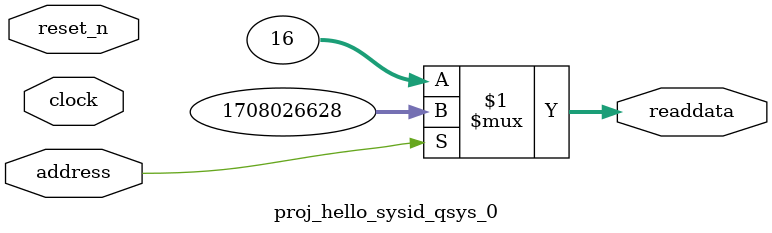
<source format=v>



// synthesis translate_off
`timescale 1ns / 1ps
// synthesis translate_on

// turn off superfluous verilog processor warnings 
// altera message_level Level1 
// altera message_off 10034 10035 10036 10037 10230 10240 10030 

module proj_hello_sysid_qsys_0 (
               // inputs:
                address,
                clock,
                reset_n,

               // outputs:
                readdata
             )
;

  output  [ 31: 0] readdata;
  input            address;
  input            clock;
  input            reset_n;

  wire    [ 31: 0] readdata;
  //control_slave, which is an e_avalon_slave
  assign readdata = address ? 1708026628 : 16;

endmodule



</source>
